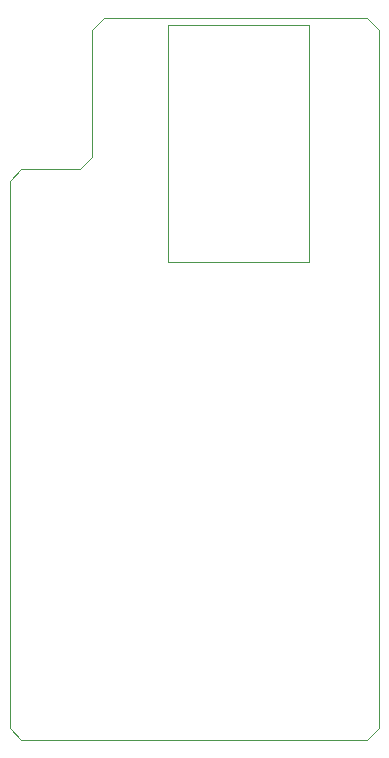
<source format=gbr>
G04 #@! TF.GenerationSoftware,KiCad,Pcbnew,8.0.6*
G04 #@! TF.CreationDate,2024-11-16T10:55:05+01:00*
G04 #@! TF.ProjectId,MCUPCB,4d435550-4342-42e6-9b69-6361645f7063,rev?*
G04 #@! TF.SameCoordinates,Original*
G04 #@! TF.FileFunction,Profile,NP*
%FSLAX46Y46*%
G04 Gerber Fmt 4.6, Leading zero omitted, Abs format (unit mm)*
G04 Created by KiCad (PCBNEW 8.0.6) date 2024-11-16 10:55:05*
%MOMM*%
%LPD*%
G01*
G04 APERTURE LIST*
G04 #@! TA.AperFunction,Profile*
%ADD10C,0.050000*%
G04 #@! TD*
G04 APERTURE END LIST*
D10*
X108900000Y-71650000D02*
X107900000Y-72650000D01*
X114900000Y-70650000D02*
X113900000Y-71650000D01*
X115900000Y-58850000D02*
X114900000Y-59850000D01*
X139200000Y-59850000D02*
X138200000Y-58850000D01*
X139200000Y-118950000D02*
X138200000Y-119950000D01*
X108900000Y-119950000D02*
X107900000Y-118950000D01*
X115900000Y-58850000D02*
X138200000Y-58850000D01*
X114900000Y-70650000D02*
X114900000Y-59850000D01*
X108900000Y-71650000D02*
X113900000Y-71650000D01*
X107900000Y-118950000D02*
X107900000Y-72650000D01*
X138200000Y-119950000D02*
X108900000Y-119950000D01*
X139200000Y-59850000D02*
X139200000Y-118950000D01*
G04 #@! TO.C,U1*
X133290000Y-59471500D02*
X121290000Y-59471500D01*
X121290000Y-79471500D01*
X133290000Y-79471500D01*
X133290000Y-59471500D01*
G04 #@! TD*
M02*

</source>
